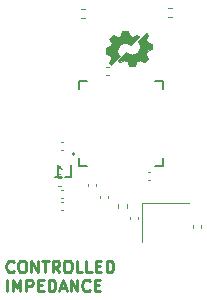
<source format=gbr>
%TF.GenerationSoftware,KiCad,Pcbnew,7.0.9*%
%TF.CreationDate,2024-03-18T09:44:21-07:00*%
%TF.ProjectId,ESP32S3_Board,45535033-3253-4335-9f42-6f6172642e6b,rev?*%
%TF.SameCoordinates,Original*%
%TF.FileFunction,Legend,Bot*%
%TF.FilePolarity,Positive*%
%FSLAX46Y46*%
G04 Gerber Fmt 4.6, Leading zero omitted, Abs format (unit mm)*
G04 Created by KiCad (PCBNEW 7.0.9) date 2024-03-18 09:44:21*
%MOMM*%
%LPD*%
G01*
G04 APERTURE LIST*
%ADD10C,0.052916*%
%ADD11C,0.250000*%
%ADD12C,0.150000*%
%ADD13C,0.120000*%
G04 APERTURE END LIST*
D10*
X145842708Y-81463149D02*
X145899646Y-81465688D01*
X145956853Y-81470219D01*
X146014295Y-81476780D01*
X146029641Y-81479161D01*
X146169209Y-81871538D01*
X146202626Y-81881891D01*
X146235605Y-81893094D01*
X146268140Y-81905127D01*
X146300227Y-81917973D01*
X146331862Y-81931612D01*
X146363039Y-81946027D01*
X146393754Y-81961198D01*
X146424002Y-81977107D01*
X146800372Y-81798117D01*
X146823620Y-81815975D01*
X146846530Y-81834222D01*
X146869098Y-81852850D01*
X146891323Y-81871853D01*
X146913200Y-81891221D01*
X146934727Y-81910947D01*
X146955900Y-81931023D01*
X146976717Y-81951443D01*
X146267501Y-82660658D01*
X146248349Y-82642196D01*
X146228460Y-82624481D01*
X146207853Y-82607540D01*
X146186547Y-82591403D01*
X146164563Y-82576097D01*
X146141918Y-82561650D01*
X146118634Y-82548090D01*
X146094728Y-82535444D01*
X146070222Y-82523741D01*
X146045133Y-82513008D01*
X146019481Y-82503274D01*
X145993286Y-82494566D01*
X145966566Y-82486912D01*
X145939343Y-82480341D01*
X145911634Y-82474879D01*
X145883459Y-82470555D01*
X145849324Y-82466941D01*
X145815414Y-82465078D01*
X145781774Y-82464930D01*
X145748452Y-82466462D01*
X145715495Y-82469637D01*
X145682949Y-82474419D01*
X145650862Y-82480772D01*
X145619281Y-82488660D01*
X145588252Y-82498048D01*
X145557823Y-82508898D01*
X145528041Y-82521174D01*
X145498952Y-82534842D01*
X145470604Y-82549864D01*
X145443044Y-82566205D01*
X145416318Y-82583828D01*
X145390474Y-82602698D01*
X145365558Y-82622778D01*
X145341619Y-82644033D01*
X145318701Y-82666425D01*
X145296854Y-82689920D01*
X145276123Y-82714481D01*
X145256555Y-82740072D01*
X145238198Y-82766658D01*
X145221099Y-82794201D01*
X145205305Y-82822665D01*
X145190861Y-82852016D01*
X145177817Y-82882216D01*
X145166218Y-82913230D01*
X145156111Y-82945022D01*
X145147544Y-82977555D01*
X145140564Y-83010793D01*
X145135217Y-83044701D01*
X145131155Y-83084623D01*
X145129495Y-83124219D01*
X145130178Y-83163416D01*
X145133146Y-83202138D01*
X145138338Y-83240313D01*
X145145696Y-83277866D01*
X145155159Y-83314722D01*
X145166669Y-83350807D01*
X145180167Y-83386048D01*
X145195593Y-83420369D01*
X145212888Y-83453697D01*
X145231993Y-83485958D01*
X145252847Y-83517076D01*
X145275393Y-83546979D01*
X145299570Y-83575591D01*
X145325320Y-83602839D01*
X144616105Y-84312055D01*
X144595604Y-84291189D01*
X144575479Y-84269970D01*
X144555732Y-84248403D01*
X144536366Y-84226495D01*
X144517385Y-84204253D01*
X144498791Y-84181682D01*
X144480588Y-84158788D01*
X144462779Y-84135578D01*
X144641770Y-83759076D01*
X144625741Y-83728692D01*
X144610503Y-83697874D01*
X144596065Y-83666635D01*
X144582437Y-83634986D01*
X144569627Y-83602941D01*
X144557644Y-83570511D01*
X144546499Y-83537709D01*
X144536201Y-83504547D01*
X144143294Y-83364847D01*
X144136486Y-83309793D01*
X144131466Y-83254290D01*
X144128277Y-83198376D01*
X144126956Y-83142084D01*
X144127546Y-83085452D01*
X144130086Y-83028514D01*
X144134616Y-82971306D01*
X144141178Y-82913864D01*
X144143559Y-82898519D01*
X144535936Y-82758951D01*
X144546289Y-82725534D01*
X144557491Y-82692555D01*
X144569524Y-82660020D01*
X144582370Y-82627932D01*
X144596010Y-82596298D01*
X144610424Y-82565121D01*
X144625595Y-82534406D01*
X144641504Y-82504157D01*
X144462514Y-82127787D01*
X144480396Y-82104490D01*
X144498666Y-82081532D01*
X144517320Y-82058918D01*
X144536351Y-82036651D01*
X144555756Y-82014736D01*
X144575528Y-81993177D01*
X144595663Y-81971979D01*
X144616154Y-81951145D01*
X144636998Y-81930680D01*
X144658188Y-81910589D01*
X144679720Y-81890875D01*
X144701588Y-81871543D01*
X144723787Y-81852596D01*
X144746311Y-81834041D01*
X144769157Y-81815879D01*
X144792317Y-81798117D01*
X145168819Y-81977107D01*
X145169084Y-81977372D01*
X145199467Y-81961343D01*
X145230285Y-81946106D01*
X145261524Y-81931668D01*
X145293173Y-81918039D01*
X145325219Y-81905229D01*
X145357649Y-81893247D01*
X145390451Y-81882102D01*
X145423613Y-81871803D01*
X145563313Y-81478897D01*
X145618367Y-81472089D01*
X145673869Y-81467069D01*
X145729784Y-81463879D01*
X145786075Y-81462559D01*
X145842708Y-81463149D01*
G36*
X145842708Y-81463149D02*
G01*
X145899646Y-81465688D01*
X145956853Y-81470219D01*
X146014295Y-81476780D01*
X146029641Y-81479161D01*
X146169209Y-81871538D01*
X146202626Y-81881891D01*
X146235605Y-81893094D01*
X146268140Y-81905127D01*
X146300227Y-81917973D01*
X146331862Y-81931612D01*
X146363039Y-81946027D01*
X146393754Y-81961198D01*
X146424002Y-81977107D01*
X146800372Y-81798117D01*
X146823620Y-81815975D01*
X146846530Y-81834222D01*
X146869098Y-81852850D01*
X146891323Y-81871853D01*
X146913200Y-81891221D01*
X146934727Y-81910947D01*
X146955900Y-81931023D01*
X146976717Y-81951443D01*
X146267501Y-82660658D01*
X146248349Y-82642196D01*
X146228460Y-82624481D01*
X146207853Y-82607540D01*
X146186547Y-82591403D01*
X146164563Y-82576097D01*
X146141918Y-82561650D01*
X146118634Y-82548090D01*
X146094728Y-82535444D01*
X146070222Y-82523741D01*
X146045133Y-82513008D01*
X146019481Y-82503274D01*
X145993286Y-82494566D01*
X145966566Y-82486912D01*
X145939343Y-82480341D01*
X145911634Y-82474879D01*
X145883459Y-82470555D01*
X145849324Y-82466941D01*
X145815414Y-82465078D01*
X145781774Y-82464930D01*
X145748452Y-82466462D01*
X145715495Y-82469637D01*
X145682949Y-82474419D01*
X145650862Y-82480772D01*
X145619281Y-82488660D01*
X145588252Y-82498048D01*
X145557823Y-82508898D01*
X145528041Y-82521174D01*
X145498952Y-82534842D01*
X145470604Y-82549864D01*
X145443044Y-82566205D01*
X145416318Y-82583828D01*
X145390474Y-82602698D01*
X145365558Y-82622778D01*
X145341619Y-82644033D01*
X145318701Y-82666425D01*
X145296854Y-82689920D01*
X145276123Y-82714481D01*
X145256555Y-82740072D01*
X145238198Y-82766658D01*
X145221099Y-82794201D01*
X145205305Y-82822665D01*
X145190861Y-82852016D01*
X145177817Y-82882216D01*
X145166218Y-82913230D01*
X145156111Y-82945022D01*
X145147544Y-82977555D01*
X145140564Y-83010793D01*
X145135217Y-83044701D01*
X145131155Y-83084623D01*
X145129495Y-83124219D01*
X145130178Y-83163416D01*
X145133146Y-83202138D01*
X145138338Y-83240313D01*
X145145696Y-83277866D01*
X145155159Y-83314722D01*
X145166669Y-83350807D01*
X145180167Y-83386048D01*
X145195593Y-83420369D01*
X145212888Y-83453697D01*
X145231993Y-83485958D01*
X145252847Y-83517076D01*
X145275393Y-83546979D01*
X145299570Y-83575591D01*
X145325320Y-83602839D01*
X144616105Y-84312055D01*
X144595604Y-84291189D01*
X144575479Y-84269970D01*
X144555732Y-84248403D01*
X144536366Y-84226495D01*
X144517385Y-84204253D01*
X144498791Y-84181682D01*
X144480588Y-84158788D01*
X144462779Y-84135578D01*
X144641770Y-83759076D01*
X144625741Y-83728692D01*
X144610503Y-83697874D01*
X144596065Y-83666635D01*
X144582437Y-83634986D01*
X144569627Y-83602941D01*
X144557644Y-83570511D01*
X144546499Y-83537709D01*
X144536201Y-83504547D01*
X144143294Y-83364847D01*
X144136486Y-83309793D01*
X144131466Y-83254290D01*
X144128277Y-83198376D01*
X144126956Y-83142084D01*
X144127546Y-83085452D01*
X144130086Y-83028514D01*
X144134616Y-82971306D01*
X144141178Y-82913864D01*
X144143559Y-82898519D01*
X144535936Y-82758951D01*
X144546289Y-82725534D01*
X144557491Y-82692555D01*
X144569524Y-82660020D01*
X144582370Y-82627932D01*
X144596010Y-82596298D01*
X144610424Y-82565121D01*
X144625595Y-82534406D01*
X144641504Y-82504157D01*
X144462514Y-82127787D01*
X144480396Y-82104490D01*
X144498666Y-82081532D01*
X144517320Y-82058918D01*
X144536351Y-82036651D01*
X144555756Y-82014736D01*
X144575528Y-81993177D01*
X144595663Y-81971979D01*
X144616154Y-81951145D01*
X144636998Y-81930680D01*
X144658188Y-81910589D01*
X144679720Y-81890875D01*
X144701588Y-81871543D01*
X144723787Y-81852596D01*
X144746311Y-81834041D01*
X144769157Y-81815879D01*
X144792317Y-81798117D01*
X145168819Y-81977107D01*
X145169084Y-81977372D01*
X145199467Y-81961343D01*
X145230285Y-81946106D01*
X145261524Y-81931668D01*
X145293173Y-81918039D01*
X145325219Y-81905229D01*
X145357649Y-81893247D01*
X145390451Y-81882102D01*
X145423613Y-81871803D01*
X145563313Y-81478897D01*
X145618367Y-81472089D01*
X145673869Y-81467069D01*
X145729784Y-81463879D01*
X145786075Y-81462559D01*
X145842708Y-81463149D01*
G37*
X147574457Y-81616792D02*
X147594533Y-81637965D01*
X147614260Y-81659492D01*
X147633628Y-81681369D01*
X147652630Y-81703594D01*
X147671258Y-81726163D01*
X147689506Y-81749072D01*
X147707364Y-81772320D01*
X147528505Y-82148690D01*
X147544415Y-82178938D01*
X147559586Y-82209653D01*
X147574000Y-82240831D01*
X147587640Y-82272465D01*
X147600486Y-82304552D01*
X147612519Y-82337087D01*
X147623721Y-82370066D01*
X147634074Y-82403483D01*
X148026451Y-82543051D01*
X148028832Y-82558397D01*
X148035394Y-82615839D01*
X148039924Y-82673046D01*
X148042464Y-82729984D01*
X148043054Y-82786617D01*
X148041733Y-82842908D01*
X148038544Y-82898823D01*
X148033524Y-82954325D01*
X148026716Y-83009379D01*
X147633810Y-83149079D01*
X147623511Y-83182241D01*
X147612366Y-83215043D01*
X147600384Y-83247473D01*
X147587574Y-83279519D01*
X147573945Y-83311167D01*
X147559507Y-83342407D01*
X147544269Y-83373225D01*
X147528241Y-83403608D01*
X147528373Y-83403741D01*
X147707364Y-83780243D01*
X147689601Y-83803403D01*
X147671440Y-83826248D01*
X147652884Y-83848773D01*
X147633938Y-83870972D01*
X147614606Y-83892840D01*
X147594892Y-83914372D01*
X147574800Y-83935562D01*
X147554335Y-83956406D01*
X147533502Y-83976897D01*
X147512303Y-83997032D01*
X147490745Y-84016804D01*
X147468829Y-84036208D01*
X147446563Y-84055240D01*
X147423948Y-84073894D01*
X147400990Y-84092164D01*
X147377693Y-84110046D01*
X147001323Y-83931188D01*
X146971075Y-83947097D01*
X146940359Y-83962268D01*
X146909182Y-83976682D01*
X146877548Y-83990322D01*
X146845461Y-84003168D01*
X146812925Y-84015201D01*
X146779947Y-84026403D01*
X146746529Y-84036756D01*
X146606962Y-84429133D01*
X146591616Y-84431515D01*
X146534174Y-84438076D01*
X146476966Y-84442606D01*
X146420029Y-84445146D01*
X146363396Y-84445736D01*
X146307105Y-84444416D01*
X146251190Y-84441226D01*
X146195688Y-84436206D01*
X146140634Y-84429398D01*
X146000934Y-84036492D01*
X145967772Y-84026193D01*
X145934970Y-84015048D01*
X145902540Y-84003066D01*
X145870494Y-83990256D01*
X145838845Y-83976627D01*
X145807606Y-83962189D01*
X145776788Y-83946951D01*
X145746404Y-83930923D01*
X145369902Y-84109914D01*
X145346693Y-84092104D01*
X145323799Y-84073901D01*
X145301228Y-84055308D01*
X145278985Y-84036326D01*
X145257077Y-84016961D01*
X145235511Y-83997213D01*
X145214291Y-83977088D01*
X145193425Y-83956587D01*
X145902641Y-83247372D01*
X145929889Y-83273122D01*
X145958501Y-83297299D01*
X145988404Y-83319845D01*
X146019523Y-83340700D01*
X146051783Y-83359804D01*
X146085111Y-83377099D01*
X146119433Y-83392525D01*
X146154673Y-83406023D01*
X146190758Y-83417533D01*
X146227615Y-83426997D01*
X146265167Y-83434354D01*
X146303342Y-83439546D01*
X146342065Y-83442514D01*
X146381261Y-83443197D01*
X146420858Y-83441537D01*
X146460779Y-83437475D01*
X146494687Y-83432128D01*
X146527926Y-83425148D01*
X146560459Y-83416581D01*
X146592250Y-83406474D01*
X146623264Y-83394875D01*
X146653464Y-83381831D01*
X146682815Y-83367388D01*
X146711280Y-83351593D01*
X146738823Y-83334494D01*
X146765408Y-83316137D01*
X146790999Y-83296569D01*
X146815560Y-83275838D01*
X146839055Y-83253991D01*
X146861448Y-83231074D01*
X146882702Y-83207134D01*
X146902782Y-83182218D01*
X146921652Y-83156374D01*
X146939275Y-83129648D01*
X146955616Y-83102088D01*
X146970638Y-83073740D01*
X146984306Y-83044652D01*
X146996583Y-83014869D01*
X147007433Y-82984440D01*
X147016820Y-82953412D01*
X147024708Y-82921830D01*
X147031061Y-82889743D01*
X147035843Y-82857198D01*
X147039018Y-82824240D01*
X147040550Y-82790918D01*
X147040402Y-82757278D01*
X147038540Y-82723368D01*
X147034925Y-82689233D01*
X147030602Y-82661059D01*
X147025140Y-82633350D01*
X147018568Y-82606126D01*
X147010914Y-82579407D01*
X147002206Y-82553211D01*
X146992472Y-82527560D01*
X146981739Y-82502471D01*
X146970036Y-82477964D01*
X146957390Y-82454058D01*
X146943830Y-82430774D01*
X146929383Y-82408130D01*
X146914077Y-82386145D01*
X146897940Y-82364839D01*
X146881000Y-82344232D01*
X146863285Y-82324343D01*
X146844822Y-82305191D01*
X147554038Y-81595975D01*
X147574457Y-81616792D01*
G36*
X147574457Y-81616792D02*
G01*
X147594533Y-81637965D01*
X147614260Y-81659492D01*
X147633628Y-81681369D01*
X147652630Y-81703594D01*
X147671258Y-81726163D01*
X147689506Y-81749072D01*
X147707364Y-81772320D01*
X147528505Y-82148690D01*
X147544415Y-82178938D01*
X147559586Y-82209653D01*
X147574000Y-82240831D01*
X147587640Y-82272465D01*
X147600486Y-82304552D01*
X147612519Y-82337087D01*
X147623721Y-82370066D01*
X147634074Y-82403483D01*
X148026451Y-82543051D01*
X148028832Y-82558397D01*
X148035394Y-82615839D01*
X148039924Y-82673046D01*
X148042464Y-82729984D01*
X148043054Y-82786617D01*
X148041733Y-82842908D01*
X148038544Y-82898823D01*
X148033524Y-82954325D01*
X148026716Y-83009379D01*
X147633810Y-83149079D01*
X147623511Y-83182241D01*
X147612366Y-83215043D01*
X147600384Y-83247473D01*
X147587574Y-83279519D01*
X147573945Y-83311167D01*
X147559507Y-83342407D01*
X147544269Y-83373225D01*
X147528241Y-83403608D01*
X147528373Y-83403741D01*
X147707364Y-83780243D01*
X147689601Y-83803403D01*
X147671440Y-83826248D01*
X147652884Y-83848773D01*
X147633938Y-83870972D01*
X147614606Y-83892840D01*
X147594892Y-83914372D01*
X147574800Y-83935562D01*
X147554335Y-83956406D01*
X147533502Y-83976897D01*
X147512303Y-83997032D01*
X147490745Y-84016804D01*
X147468829Y-84036208D01*
X147446563Y-84055240D01*
X147423948Y-84073894D01*
X147400990Y-84092164D01*
X147377693Y-84110046D01*
X147001323Y-83931188D01*
X146971075Y-83947097D01*
X146940359Y-83962268D01*
X146909182Y-83976682D01*
X146877548Y-83990322D01*
X146845461Y-84003168D01*
X146812925Y-84015201D01*
X146779947Y-84026403D01*
X146746529Y-84036756D01*
X146606962Y-84429133D01*
X146591616Y-84431515D01*
X146534174Y-84438076D01*
X146476966Y-84442606D01*
X146420029Y-84445146D01*
X146363396Y-84445736D01*
X146307105Y-84444416D01*
X146251190Y-84441226D01*
X146195688Y-84436206D01*
X146140634Y-84429398D01*
X146000934Y-84036492D01*
X145967772Y-84026193D01*
X145934970Y-84015048D01*
X145902540Y-84003066D01*
X145870494Y-83990256D01*
X145838845Y-83976627D01*
X145807606Y-83962189D01*
X145776788Y-83946951D01*
X145746404Y-83930923D01*
X145369902Y-84109914D01*
X145346693Y-84092104D01*
X145323799Y-84073901D01*
X145301228Y-84055308D01*
X145278985Y-84036326D01*
X145257077Y-84016961D01*
X145235511Y-83997213D01*
X145214291Y-83977088D01*
X145193425Y-83956587D01*
X145902641Y-83247372D01*
X145929889Y-83273122D01*
X145958501Y-83297299D01*
X145988404Y-83319845D01*
X146019523Y-83340700D01*
X146051783Y-83359804D01*
X146085111Y-83377099D01*
X146119433Y-83392525D01*
X146154673Y-83406023D01*
X146190758Y-83417533D01*
X146227615Y-83426997D01*
X146265167Y-83434354D01*
X146303342Y-83439546D01*
X146342065Y-83442514D01*
X146381261Y-83443197D01*
X146420858Y-83441537D01*
X146460779Y-83437475D01*
X146494687Y-83432128D01*
X146527926Y-83425148D01*
X146560459Y-83416581D01*
X146592250Y-83406474D01*
X146623264Y-83394875D01*
X146653464Y-83381831D01*
X146682815Y-83367388D01*
X146711280Y-83351593D01*
X146738823Y-83334494D01*
X146765408Y-83316137D01*
X146790999Y-83296569D01*
X146815560Y-83275838D01*
X146839055Y-83253991D01*
X146861448Y-83231074D01*
X146882702Y-83207134D01*
X146902782Y-83182218D01*
X146921652Y-83156374D01*
X146939275Y-83129648D01*
X146955616Y-83102088D01*
X146970638Y-83073740D01*
X146984306Y-83044652D01*
X146996583Y-83014869D01*
X147007433Y-82984440D01*
X147016820Y-82953412D01*
X147024708Y-82921830D01*
X147031061Y-82889743D01*
X147035843Y-82857198D01*
X147039018Y-82824240D01*
X147040550Y-82790918D01*
X147040402Y-82757278D01*
X147038540Y-82723368D01*
X147034925Y-82689233D01*
X147030602Y-82661059D01*
X147025140Y-82633350D01*
X147018568Y-82606126D01*
X147010914Y-82579407D01*
X147002206Y-82553211D01*
X146992472Y-82527560D01*
X146981739Y-82502471D01*
X146970036Y-82477964D01*
X146957390Y-82454058D01*
X146943830Y-82430774D01*
X146929383Y-82408130D01*
X146914077Y-82386145D01*
X146897940Y-82364839D01*
X146881000Y-82344232D01*
X146863285Y-82324343D01*
X146844822Y-82305191D01*
X147554038Y-81595975D01*
X147574457Y-81616792D01*
G37*
D11*
X136355996Y-101791380D02*
X136308377Y-101839000D01*
X136308377Y-101839000D02*
X136165520Y-101886619D01*
X136165520Y-101886619D02*
X136070282Y-101886619D01*
X136070282Y-101886619D02*
X135927425Y-101839000D01*
X135927425Y-101839000D02*
X135832187Y-101743761D01*
X135832187Y-101743761D02*
X135784568Y-101648523D01*
X135784568Y-101648523D02*
X135736949Y-101458047D01*
X135736949Y-101458047D02*
X135736949Y-101315190D01*
X135736949Y-101315190D02*
X135784568Y-101124714D01*
X135784568Y-101124714D02*
X135832187Y-101029476D01*
X135832187Y-101029476D02*
X135927425Y-100934238D01*
X135927425Y-100934238D02*
X136070282Y-100886619D01*
X136070282Y-100886619D02*
X136165520Y-100886619D01*
X136165520Y-100886619D02*
X136308377Y-100934238D01*
X136308377Y-100934238D02*
X136355996Y-100981857D01*
X136975044Y-100886619D02*
X137165520Y-100886619D01*
X137165520Y-100886619D02*
X137260758Y-100934238D01*
X137260758Y-100934238D02*
X137355996Y-101029476D01*
X137355996Y-101029476D02*
X137403615Y-101219952D01*
X137403615Y-101219952D02*
X137403615Y-101553285D01*
X137403615Y-101553285D02*
X137355996Y-101743761D01*
X137355996Y-101743761D02*
X137260758Y-101839000D01*
X137260758Y-101839000D02*
X137165520Y-101886619D01*
X137165520Y-101886619D02*
X136975044Y-101886619D01*
X136975044Y-101886619D02*
X136879806Y-101839000D01*
X136879806Y-101839000D02*
X136784568Y-101743761D01*
X136784568Y-101743761D02*
X136736949Y-101553285D01*
X136736949Y-101553285D02*
X136736949Y-101219952D01*
X136736949Y-101219952D02*
X136784568Y-101029476D01*
X136784568Y-101029476D02*
X136879806Y-100934238D01*
X136879806Y-100934238D02*
X136975044Y-100886619D01*
X137832187Y-101886619D02*
X137832187Y-100886619D01*
X137832187Y-100886619D02*
X138403615Y-101886619D01*
X138403615Y-101886619D02*
X138403615Y-100886619D01*
X138736949Y-100886619D02*
X139308377Y-100886619D01*
X139022663Y-101886619D02*
X139022663Y-100886619D01*
X140213139Y-101886619D02*
X139879806Y-101410428D01*
X139641711Y-101886619D02*
X139641711Y-100886619D01*
X139641711Y-100886619D02*
X140022663Y-100886619D01*
X140022663Y-100886619D02*
X140117901Y-100934238D01*
X140117901Y-100934238D02*
X140165520Y-100981857D01*
X140165520Y-100981857D02*
X140213139Y-101077095D01*
X140213139Y-101077095D02*
X140213139Y-101219952D01*
X140213139Y-101219952D02*
X140165520Y-101315190D01*
X140165520Y-101315190D02*
X140117901Y-101362809D01*
X140117901Y-101362809D02*
X140022663Y-101410428D01*
X140022663Y-101410428D02*
X139641711Y-101410428D01*
X140832187Y-100886619D02*
X141022663Y-100886619D01*
X141022663Y-100886619D02*
X141117901Y-100934238D01*
X141117901Y-100934238D02*
X141213139Y-101029476D01*
X141213139Y-101029476D02*
X141260758Y-101219952D01*
X141260758Y-101219952D02*
X141260758Y-101553285D01*
X141260758Y-101553285D02*
X141213139Y-101743761D01*
X141213139Y-101743761D02*
X141117901Y-101839000D01*
X141117901Y-101839000D02*
X141022663Y-101886619D01*
X141022663Y-101886619D02*
X140832187Y-101886619D01*
X140832187Y-101886619D02*
X140736949Y-101839000D01*
X140736949Y-101839000D02*
X140641711Y-101743761D01*
X140641711Y-101743761D02*
X140594092Y-101553285D01*
X140594092Y-101553285D02*
X140594092Y-101219952D01*
X140594092Y-101219952D02*
X140641711Y-101029476D01*
X140641711Y-101029476D02*
X140736949Y-100934238D01*
X140736949Y-100934238D02*
X140832187Y-100886619D01*
X142165520Y-101886619D02*
X141689330Y-101886619D01*
X141689330Y-101886619D02*
X141689330Y-100886619D01*
X142975044Y-101886619D02*
X142498854Y-101886619D01*
X142498854Y-101886619D02*
X142498854Y-100886619D01*
X143308378Y-101362809D02*
X143641711Y-101362809D01*
X143784568Y-101886619D02*
X143308378Y-101886619D01*
X143308378Y-101886619D02*
X143308378Y-100886619D01*
X143308378Y-100886619D02*
X143784568Y-100886619D01*
X144213140Y-101886619D02*
X144213140Y-100886619D01*
X144213140Y-100886619D02*
X144451235Y-100886619D01*
X144451235Y-100886619D02*
X144594092Y-100934238D01*
X144594092Y-100934238D02*
X144689330Y-101029476D01*
X144689330Y-101029476D02*
X144736949Y-101124714D01*
X144736949Y-101124714D02*
X144784568Y-101315190D01*
X144784568Y-101315190D02*
X144784568Y-101458047D01*
X144784568Y-101458047D02*
X144736949Y-101648523D01*
X144736949Y-101648523D02*
X144689330Y-101743761D01*
X144689330Y-101743761D02*
X144594092Y-101839000D01*
X144594092Y-101839000D02*
X144451235Y-101886619D01*
X144451235Y-101886619D02*
X144213140Y-101886619D01*
X135784568Y-103496619D02*
X135784568Y-102496619D01*
X136260758Y-103496619D02*
X136260758Y-102496619D01*
X136260758Y-102496619D02*
X136594091Y-103210904D01*
X136594091Y-103210904D02*
X136927424Y-102496619D01*
X136927424Y-102496619D02*
X136927424Y-103496619D01*
X137403615Y-103496619D02*
X137403615Y-102496619D01*
X137403615Y-102496619D02*
X137784567Y-102496619D01*
X137784567Y-102496619D02*
X137879805Y-102544238D01*
X137879805Y-102544238D02*
X137927424Y-102591857D01*
X137927424Y-102591857D02*
X137975043Y-102687095D01*
X137975043Y-102687095D02*
X137975043Y-102829952D01*
X137975043Y-102829952D02*
X137927424Y-102925190D01*
X137927424Y-102925190D02*
X137879805Y-102972809D01*
X137879805Y-102972809D02*
X137784567Y-103020428D01*
X137784567Y-103020428D02*
X137403615Y-103020428D01*
X138403615Y-102972809D02*
X138736948Y-102972809D01*
X138879805Y-103496619D02*
X138403615Y-103496619D01*
X138403615Y-103496619D02*
X138403615Y-102496619D01*
X138403615Y-102496619D02*
X138879805Y-102496619D01*
X139308377Y-103496619D02*
X139308377Y-102496619D01*
X139308377Y-102496619D02*
X139546472Y-102496619D01*
X139546472Y-102496619D02*
X139689329Y-102544238D01*
X139689329Y-102544238D02*
X139784567Y-102639476D01*
X139784567Y-102639476D02*
X139832186Y-102734714D01*
X139832186Y-102734714D02*
X139879805Y-102925190D01*
X139879805Y-102925190D02*
X139879805Y-103068047D01*
X139879805Y-103068047D02*
X139832186Y-103258523D01*
X139832186Y-103258523D02*
X139784567Y-103353761D01*
X139784567Y-103353761D02*
X139689329Y-103449000D01*
X139689329Y-103449000D02*
X139546472Y-103496619D01*
X139546472Y-103496619D02*
X139308377Y-103496619D01*
X140260758Y-103210904D02*
X140736948Y-103210904D01*
X140165520Y-103496619D02*
X140498853Y-102496619D01*
X140498853Y-102496619D02*
X140832186Y-103496619D01*
X141165520Y-103496619D02*
X141165520Y-102496619D01*
X141165520Y-102496619D02*
X141736948Y-103496619D01*
X141736948Y-103496619D02*
X141736948Y-102496619D01*
X142784567Y-103401380D02*
X142736948Y-103449000D01*
X142736948Y-103449000D02*
X142594091Y-103496619D01*
X142594091Y-103496619D02*
X142498853Y-103496619D01*
X142498853Y-103496619D02*
X142355996Y-103449000D01*
X142355996Y-103449000D02*
X142260758Y-103353761D01*
X142260758Y-103353761D02*
X142213139Y-103258523D01*
X142213139Y-103258523D02*
X142165520Y-103068047D01*
X142165520Y-103068047D02*
X142165520Y-102925190D01*
X142165520Y-102925190D02*
X142213139Y-102734714D01*
X142213139Y-102734714D02*
X142260758Y-102639476D01*
X142260758Y-102639476D02*
X142355996Y-102544238D01*
X142355996Y-102544238D02*
X142498853Y-102496619D01*
X142498853Y-102496619D02*
X142594091Y-102496619D01*
X142594091Y-102496619D02*
X142736948Y-102544238D01*
X142736948Y-102544238D02*
X142784567Y-102591857D01*
X143213139Y-102972809D02*
X143546472Y-102972809D01*
X143689329Y-103496619D02*
X143213139Y-103496619D01*
X143213139Y-103496619D02*
X143213139Y-102496619D01*
X143213139Y-102496619D02*
X143689329Y-102496619D01*
D12*
X140694666Y-93826819D02*
X141170856Y-93826819D01*
X141170856Y-93826819D02*
X141170856Y-92826819D01*
X139837523Y-93826819D02*
X140408951Y-93826819D01*
X140123237Y-93826819D02*
X140123237Y-92826819D01*
X140123237Y-92826819D02*
X140218475Y-92969676D01*
X140218475Y-92969676D02*
X140313713Y-93064914D01*
X140313713Y-93064914D02*
X140408951Y-93112533D01*
D13*
%TO.C,C9*%
X151532000Y-98123836D02*
X151532000Y-97908164D01*
X152252000Y-98123836D02*
X152252000Y-97908164D01*
%TO.C,C2*%
X143362000Y-94380164D02*
X143362000Y-94595836D01*
X142642000Y-94380164D02*
X142642000Y-94595836D01*
%TO.C,Y1*%
X147182000Y-95974000D02*
X151182000Y-95974000D01*
X147182000Y-99274000D02*
X147182000Y-95974000D01*
%TO.C,R1*%
X145922000Y-96112359D02*
X145922000Y-96419641D01*
X145162000Y-96112359D02*
X145162000Y-96419641D01*
%TO.C,C6*%
X140128164Y-93874000D02*
X140343836Y-93874000D01*
X140128164Y-94594000D02*
X140343836Y-94594000D01*
%TO.C,R3*%
X149759641Y-80263000D02*
X149452359Y-80263000D01*
X149759641Y-79503000D02*
X149452359Y-79503000D01*
%TO.C,C15*%
X140569836Y-96626000D02*
X140354164Y-96626000D01*
X140569836Y-95906000D02*
X140354164Y-95906000D01*
%TO.C,C14*%
X140569836Y-95610000D02*
X140354164Y-95610000D01*
X140569836Y-94890000D02*
X140354164Y-94890000D01*
%TO.C,C8*%
X147720164Y-93366000D02*
X147935836Y-93366000D01*
X147720164Y-94086000D02*
X147935836Y-94086000D01*
%TO.C,C10*%
X146198000Y-97389836D02*
X146198000Y-97174164D01*
X146918000Y-97389836D02*
X146918000Y-97174164D01*
%TO.C,C3*%
X144378000Y-95396164D02*
X144378000Y-95611836D01*
X143658000Y-95396164D02*
X143658000Y-95611836D01*
D12*
%TO.C,U1*%
X141854000Y-85682000D02*
X141854000Y-86362000D01*
X141854000Y-92842000D02*
X141854000Y-92162000D01*
X142534000Y-85682000D02*
X141854000Y-85682000D01*
X142534000Y-92842000D02*
X141854000Y-92842000D01*
X148334000Y-85682000D02*
X149014000Y-85682000D01*
X148334000Y-92842000D02*
X149014000Y-92842000D01*
X149014000Y-85682000D02*
X149014000Y-86362000D01*
X149014000Y-92842000D02*
X149014000Y-92162000D01*
X141464000Y-91862000D02*
G75*
G03*
X141464000Y-91862000I-70000J0D01*
G01*
D13*
%TO.C,C5*%
X140072164Y-92858000D02*
X140287836Y-92858000D01*
X140072164Y-93578000D02*
X140287836Y-93578000D01*
%TO.C,R4*%
X142086359Y-79630000D02*
X142393641Y-79630000D01*
X142086359Y-80390000D02*
X142393641Y-80390000D01*
%TO.C,C1*%
X144407836Y-85196000D02*
X144192164Y-85196000D01*
X144407836Y-84476000D02*
X144192164Y-84476000D01*
%TO.C,C4*%
X140569836Y-91546000D02*
X140354164Y-91546000D01*
X140569836Y-90826000D02*
X140354164Y-90826000D01*
%TD*%
M02*

</source>
